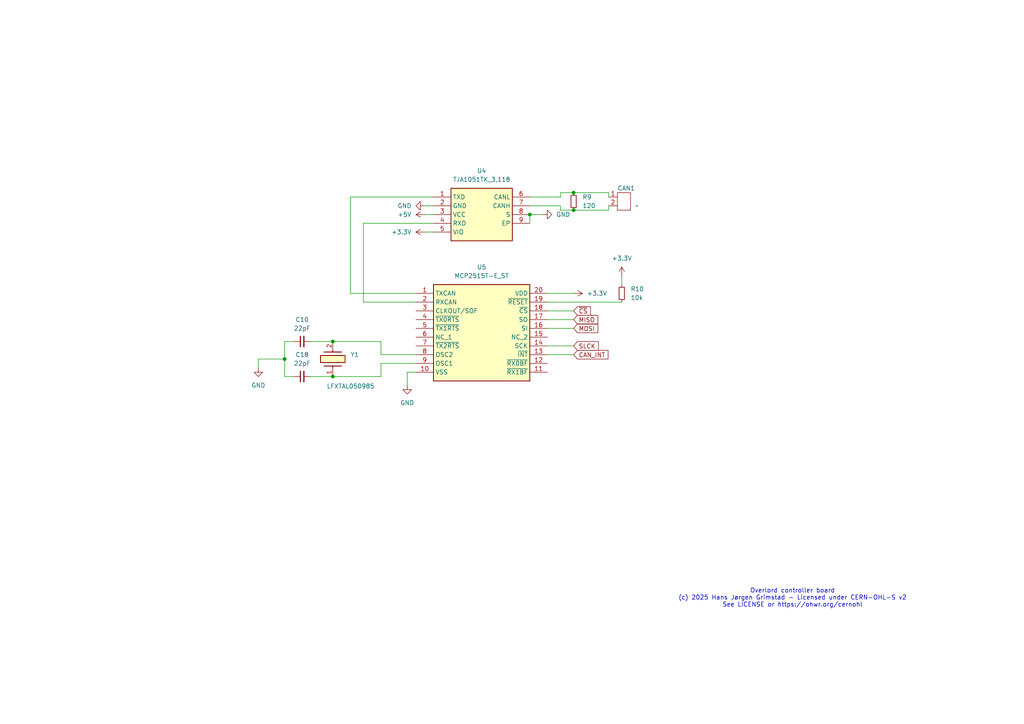
<source format=kicad_sch>
(kicad_sch (version 20231120) (generator "eeschema") (generator_version "8.0")
  (paper "A4")
  (title_block (title "CAN bus"))
  (lib_symbols
    (symbol "Device:C_Small" (pin_numbers hide) (pin_names (offset 0.254) hide)
      (property "Reference" "C" (at 0.254 1.778 0))
      (property "Value" "C_Small" (at 0.254 -2.032 0))
      (symbol "C_Small_0_1"
        (polyline (pts (xy -1.524 -0.508) (xy 1.524 -0.508)) (stroke (width 0.3302)))
        (polyline (pts (xy -1.524 0.508) (xy 1.524 0.508)) (stroke (width 0.3048)))
      )
      (symbol "C_Small_1_1"
        (pin passive line (at 0 2.54 270) (length 2.032) (name "~") (number "1"))
        (pin passive line (at 0 -2.54 90) (length 2.032) (name "~") (number "2"))
      )
    )
    (symbol "Device:R_Small" (pin_numbers hide) (pin_names (offset 0.254) hide)
      (property "Reference" "R" (at 0.762 0.508 0))
      (property "Value" "R_Small" (at 0.762 -1.016 0))
      (symbol "R_Small_0_1"
        (rectangle (start -0.762 1.778) (end 0.762 -1.778) (stroke (width 0.2032)))
      )
      (symbol "R_Small_1_1"
        (pin passive line (at 0 2.54 270) (length 0.762) (name "~") (number "1"))
        (pin passive line (at 0 -2.54 90) (length 0.762) (name "~") (number "2"))
      )
    )
    (symbol "TimeExpander_sym:LFXTAL050985Bulk" (pin_names hide)
      (property "Reference" "Y" (at 8.89 6.35 0))
      (property "Value" "LFXTAL050985Bulk" (at 8.89 3.81 0))
      (symbol "LFXTAL050985Bulk_1_1"
        (polyline (pts (xy 3.048 0) (xy 2.54 0)) (stroke (width 0.254)))
        (polyline (pts (xy 3.048 2.54) (xy 3.048 -2.54)) (stroke (width 0.254)))
        (polyline (pts (xy 7.112 0) (xy 7.62 0)) (stroke (width 0.254)))
        (polyline (pts (xy 7.112 2.54) (xy 7.112 -2.54)) (stroke (width 0.254)))
        (rectangle (start 4.064 3.556) (end 6.096 -3.556) (stroke (width 0.254)) (fill (type background)))
        (pin passive line (at 0 0 0) (length 2.54) (name "1") (number "1"))
        (pin passive line (at 10.16 0 180) (length 2.54) (name "2") (number "2"))
      )
    )
    (symbol "TimeExpander_sym:MCP2515T-E_ST"
      (property "Reference" "IC" (at 34.29 7.62 0))
      (property "Value" "MCP2515T-E_ST" (at 34.29 5.08 0))
      (symbol "MCP2515T-E_ST_1_1"
        (rectangle (start 5.08 2.54) (end 33.02 -25.4) (stroke (width 0.254)) (fill (type background)))
        (pin passive line (at 0 0 0) (length 5.08) (name "TXCAN") (number "1"))
        (pin passive line (at 0 -22.86 0) (length 5.08) (name "VSS") (number "10"))
        (pin passive line (at 38.1 -22.86 180) (length 5.08) (name "~{RX1BF}") (number "11"))
        (pin passive line (at 38.1 -20.32 180) (length 5.08) (name "~{RX0BF}") (number "12"))
        (pin passive line (at 38.1 -17.78 180) (length 5.08) (name "~{INT}") (number "13"))
        (pin passive line (at 38.1 -15.24 180) (length 5.08) (name "SCK") (number "14"))
        (pin passive line (at 38.1 -12.7 180) (length 5.08) (name "NC_2") (number "15"))
        (pin passive line (at 38.1 -10.16 180) (length 5.08) (name "SI") (number "16"))
        (pin passive line (at 38.1 -7.62 180) (length 5.08) (name "SO") (number "17"))
        (pin passive line (at 38.1 -5.08 180) (length 5.08) (name "~{CS}") (number "18"))
        (pin passive line (at 38.1 -2.54 180) (length 5.08) (name "~{RESET}") (number "19"))
        (pin passive line (at 0 -2.54 0) (length 5.08) (name "RXCAN") (number "2"))
        (pin passive line (at 38.1 0 180) (length 5.08) (name "VDD") (number "20"))
        (pin passive line (at 0 -5.08 0) (length 5.08) (name "CLKOUT/SOF") (number "3"))
        (pin passive line (at 0 -7.62 0) (length 5.08) (name "~{TX0RTS}") (number "4"))
        (pin passive line (at 0 -10.16 0) (length 5.08) (name "~{TX1RTS}") (number "5"))
        (pin passive line (at 0 -12.7 0) (length 5.08) (name "NC_1") (number "6"))
        (pin passive line (at 0 -15.24 0) (length 5.08) (name "~{TX2RTS}") (number "7"))
        (pin passive line (at 0 -17.78 0) (length 5.08) (name "OSC2") (number "8"))
        (pin passive line (at 0 -20.32 0) (length 5.08) (name "OSC1") (number "9"))
      )
    )
    (symbol "TimeExpander_sym:MOLEX-39531-5002"
      (property "Reference" "J" (at 0 0 0))
      (symbol "MOLEX-39531-5002_0_1"
        (rectangle (start -1.27 2.54) (end 2.54 -2.54))
      )
      (symbol "MOLEX-39531-5002_1_1"
        (pin passive line (at -3.81 1.27 0) (length 2.54) (name "") (number "1"))
        (pin passive line (at -3.81 -1.27 0) (length 2.54) (name "") (number "2"))
      )
    )
    (symbol "TimeExpander_sym:TJA1051TK_3,118"
      (property "Reference" "IC" (at 24.13 7.62 0))
      (property "Value" "TJA1051TK_3,118" (at 24.13 5.08 0))
      (symbol "TJA1051TK_3,118_1_1"
        (rectangle (start 5.08 2.54) (end 22.86 -12.7) (stroke (width 0.254)) (fill (type background)))
        (pin passive line (at 0 0 0) (length 5.08) (name "TXD") (number "1"))
        (pin passive line (at 0 -2.54 0) (length 5.08) (name "GND") (number "2"))
        (pin passive line (at 0 -5.08 0) (length 5.08) (name "VCC") (number "3"))
        (pin passive line (at 0 -7.62 0) (length 5.08) (name "RXD") (number "4"))
        (pin passive line (at 0 -10.16 0) (length 5.08) (name "VIO") (number "5"))
        (pin passive line (at 27.94 0 180) (length 5.08) (name "CANL") (number "6"))
        (pin passive line (at 27.94 -2.54 180) (length 5.08) (name "CANH") (number "7"))
        (pin passive line (at 27.94 -5.08 180) (length 5.08) (name "S") (number "8"))
        (pin passive line (at 27.94 -7.62 180) (length 5.08) (name "EP") (number "9"))
      )
    )
    (symbol "power:+3.3V" (power) (pin_numbers hide) (pin_names (offset 0) hide)
      (property "Value" "+3.3V" (at 0 3.556 0))
      (symbol "+3.3V_0_1"
        (polyline (pts (xy -0.762 1.27) (xy 0 2.54)))
        (polyline (pts (xy 0 0) (xy 0 2.54)))
        (polyline (pts (xy 0 2.54) (xy 0.762 1.27)))
      )
      (symbol "+3.3V_1_1"
        (pin power_in line (at 0 0 90) (length 0) (name "~") (number "1"))
      )
    )
    (symbol "power:+5V" (power) (pin_numbers hide) (pin_names (offset 0) hide)
      (property "Value" "+5V" (at 0 3.556 0))
      (symbol "+5V_0_1"
        (polyline (pts (xy -0.762 1.27) (xy 0 2.54)))
        (polyline (pts (xy 0 0) (xy 0 2.54)))
        (polyline (pts (xy 0 2.54) (xy 0.762 1.27)))
      )
      (symbol "+5V_1_1"
        (pin power_in line (at 0 0 90) (length 0) (name "~") (number "1"))
      )
    )
    (symbol "power:GND" (power) (pin_numbers hide) (pin_names (offset 0) hide)
      (property "Value" "GND" (at 0 -3.81 0))
      (symbol "GND_0_1"
        (polyline (pts (xy 0 0) (xy 0 -1.27) (xy 1.27 -1.27) (xy 0 -2.54) (xy -1.27 -1.27) (xy 0 -1.27)))
      )
      (symbol "GND_1_1"
        (pin power_in line (at 0 0 270) (length 0) (name "~") (number "1"))
      )
    )
  )
  (junction (at 96.52 109.22))
  (junction (at 166.37 60.96))
  (junction (at 153.67 62.23))
  (junction (at 82.55 104.14))
  (junction (at 96.52 99.06))
  (junction (at 166.37 55.88))
  (wire (pts (xy 158.75 92.71) (xy 166.37 92.71)))
  (wire (pts (xy 120.65 105.41) (xy 110.49 105.41)))
  (wire (pts (xy 158.75 87.63) (xy 180.34 87.63)))
  (wire (pts (xy 120.65 107.95) (xy 118.11 107.95)))
  (wire (pts (xy 110.49 102.87) (xy 110.49 99.06)))
  (wire (pts (xy 158.75 100.33) (xy 166.37 100.33)))
  (wire (pts (xy 158.75 95.25) (xy 166.37 95.25)))
  (wire (pts (xy 166.37 60.96) (xy 176.53 60.96)))
  (wire (pts (xy 110.49 99.06) (xy 96.52 99.06)))
  (wire (pts (xy 105.41 64.77) (xy 125.73 64.77)))
  (wire (pts (xy 153.67 57.15) (xy 162.56 57.15)))
  (wire (pts (xy 82.55 99.06) (xy 82.55 104.14)))
  (wire (pts (xy 162.56 57.15) (xy 162.56 55.88)))
  (wire (pts (xy 101.6 57.15) (xy 101.6 85.09)))
  (wire (pts (xy 82.55 104.14) (xy 82.55 109.22)))
  (wire (pts (xy 105.41 87.63) (xy 105.41 64.77)))
  (wire (pts (xy 153.67 62.23) (xy 153.67 64.77)))
  (wire (pts (xy 162.56 59.69) (xy 162.56 60.96)))
  (wire (pts (xy 74.93 106.68) (xy 74.93 104.14)))
  (wire (pts (xy 176.53 55.88) (xy 166.37 55.88)))
  (wire (pts (xy 153.67 59.69) (xy 162.56 59.69)))
  (wire (pts (xy 85.09 99.06) (xy 82.55 99.06)))
  (wire (pts (xy 176.53 59.69) (xy 176.53 60.96)))
  (wire (pts (xy 180.34 80.01) (xy 180.34 82.55)))
  (wire (pts (xy 101.6 85.09) (xy 120.65 85.09)))
  (wire (pts (xy 158.75 85.09) (xy 166.37 85.09)))
  (wire (pts (xy 90.17 109.22) (xy 96.52 109.22)))
  (wire (pts (xy 120.65 102.87) (xy 110.49 102.87)))
  (wire (pts (xy 153.67 62.23) (xy 157.48 62.23)))
  (wire (pts (xy 110.49 105.41) (xy 110.49 109.22)))
  (wire (pts (xy 162.56 55.88) (xy 166.37 55.88)))
  (wire (pts (xy 82.55 109.22) (xy 85.09 109.22)))
  (wire (pts (xy 118.11 107.95) (xy 118.11 111.76)))
  (wire (pts (xy 123.19 59.69) (xy 125.73 59.69)))
  (wire (pts (xy 162.56 60.96) (xy 166.37 60.96)))
  (wire (pts (xy 176.53 57.15) (xy 176.53 55.88)))
  (wire (pts (xy 123.19 62.23) (xy 125.73 62.23)))
  (wire (pts (xy 158.75 90.17) (xy 166.37 90.17)))
  (wire (pts (xy 74.93 104.14) (xy 82.55 104.14)))
  (wire (pts (xy 158.75 102.87) (xy 166.37 102.87)))
  (wire (pts (xy 110.49 109.22) (xy 96.52 109.22)))
  (wire (pts (xy 123.19 67.31) (xy 125.73 67.31)))
  (wire (pts (xy 90.17 99.06) (xy 96.52 99.06)))
  (wire (pts (xy 120.65 87.63) (xy 105.41 87.63)))
  (wire (pts (xy 125.73 57.15) (xy 101.6 57.15)))
  (text "Overlord controller board\n(c) 2025 Hans Jørgen Grimstad - Licensed under CERN-OHL-S v2\nSee LICENSE or https://ohwr.org/cernohl" (at 229.87 173.482 0) (effects (font (size 1.27 1.27))))
  (global_label "~{CS}" (shape input) (at 166.37 90.17 0) (property "Intersheetrefs" "${INTERSHEET_REFS}" (effects (hide yes))))
  (global_label "SLCK" (shape input) (at 166.37 100.33 0) (property "Intersheetrefs" "${INTERSHEET_REFS}" (effects (hide yes))))
  (global_label "CAN_INT" (shape input) (at 166.37 102.87 0) (property "Intersheetrefs" "${INTERSHEET_REFS}" (effects (hide yes))))
  (global_label "MOSI" (shape input) (at 166.37 95.25 0) (property "Intersheetrefs" "${INTERSHEET_REFS}" (effects (hide yes))))
  (global_label "MISO" (shape input) (at 166.37 92.71 0) (property "Intersheetrefs" "${INTERSHEET_REFS}" (effects (hide yes))))
  (symbol (lib_id "TimeExpander_sym:TJA1051TK_3,118") (at 125.73 57.15 0) (unit 1)
    (property "Reference" "U4" (at 139.7 49.53 0))
    (property "Value" "TJA1051TK_3,118" (at 139.7 52.07 0))
    (property "Footprint" "Package_SON:HVSON-8-1EP_3x3mm_P0.65mm_EP1.6x2.4mm" (effects (hide yes)))
    (property "Datasheet" "http://www.nxp.com/docs/en/data-sheet/TJA1051.pdf" (effects (hide yes)))
    (property "Description" "High-speed CAN transceiver" (effects (hide yes)))
    (property "Height" "1" (effects (hide yes)))
    (property "Mouser Part Number" "771-TJA1051TK/3118" (effects (hide yes)))
    (property "Mouser Price/Stock" "https://www.mouser.co.uk/ProductDetail/NXP-Semiconductors/TJA1051TK-3118?qs=fhAOlxDPaYVrDQ2e4g%252BBJA%3D%3D" (effects (hide yes)))
    (property "Manufacturer_Name" "NXP" (effects (hide yes)))
    (property "Manufacturer_Part_Number" "TJA1051TK/3,118" (effects (hide yes)))
  )
  (symbol (lib_id "power:GND") (at 74.93 106.68 0) (unit 1)
    (property "Reference" "#PWR033" (effects (hide yes)))
    (property "Value" "GND" (at 74.93 111.76 0))
    (property "Description" "Power symbol creates a global label with name \"GND\" , ground" (effects (hide yes)))
  )
  (symbol (lib_id "Device:C_Small") (at 87.63 99.06 90) (unit 1)
    (property "Reference" "C10" (at 87.6363 92.71 90))
    (property "Value" "22pF" (at 87.6363 95.25 90))
    (property "Footprint" "Capacitor_SMD:C_0402_1005Metric" (effects (hide yes)))
    (property "Description" "Unpolarized capacitor, small symbol" (effects (hide yes)))
  )
  (symbol (lib_id "Device:C_Small") (at 87.63 109.22 90) (unit 1)
    (property "Reference" "C18" (at 87.6363 102.87 90))
    (property "Value" "22pF" (at 87.6363 105.41 90))
    (property "Footprint" "Capacitor_SMD:C_0402_1005Metric" (effects (hide yes)))
    (property "Description" "Unpolarized capacitor, small symbol" (effects (hide yes)))
  )
  (symbol (lib_id "power:+5V") (at 123.19 62.23 90) (unit 1)
    (property "Reference" "#PWR018" (effects (hide yes)))
    (property "Value" "+5V" (at 119.38 62.2299 90) (effects (justify left)))
    (property "Description" "Power symbol creates a global label with name \"+5V\"" (effects (hide yes)))
  )
  (symbol (lib_id "TimeExpander_sym:MCP2515T-E_ST") (at 120.65 85.09 0) (unit 1)
    (property "Reference" "U5" (at 139.7 77.47 0))
    (property "Value" "MCP2515T-E_ST" (at 139.7 80.01 0))
    (property "Footprint" "TimeExpander:SOP65P640X120-20N" (effects (hide yes)))
    (property "Datasheet" "https://componentsearchengine.com/Datasheets/1/MCP2515T-E_ST.pdf" (effects (hide yes)))
    (property "Description" "CAN Interface IC W/ SPI Inter 125dC" (effects (hide yes)))
    (property "Height" "1.2" (effects (hide yes)))
    (property "Mouser Part Number" "579-MCP2515T-E/ST" (effects (hide yes)))
    (property "Mouser Price/Stock" "https://www.mouser.co.uk/ProductDetail/Microchip-Technology/MCP2515T-E-ST?qs=gZwDaUDMhIfK2YaexRiDHw%3D%3D" (effects (hide yes)))
    (property "Manufacturer_Name" "Microchip" (effects (hide yes)))
    (property "Manufacturer_Part_Number" "MCP2515T-E/ST" (effects (hide yes)))
  )
  (symbol (lib_id "power:GND") (at 118.11 111.76 0) (unit 1)
    (property "Reference" "#PWR029" (effects (hide yes)))
    (property "Value" "GND" (at 118.11 116.84 0))
    (property "Description" "Power symbol creates a global label with name \"GND\" , ground" (effects (hide yes)))
  )
  (symbol (lib_id "Device:R_Small") (at 180.34 85.09 0) (unit 1)
    (property "Reference" "R10" (at 182.88 83.8199 0) (effects (justify left)))
    (property "Value" "10k" (at 182.88 86.3599 0) (effects (justify left)))
    (property "Footprint" "Resistor_SMD:R_0402_1005Metric" (effects (hide yes)))
    (property "Description" "Resistor, small symbol" (effects (hide yes)))
  )
  (symbol (lib_id "power:GND") (at 123.19 59.69 270) (unit 1)
    (property "Reference" "#PWR011" (effects (hide yes)))
    (property "Value" "GND" (at 119.38 59.6899 90) (effects (justify right)))
    (property "Description" "Power symbol creates a global label with name \"GND\" , ground" (effects (hide yes)))
  )
  (symbol (lib_id "power:+3.3V") (at 166.37 85.09 270) (unit 1)
    (property "Reference" "#PWR030" (effects (hide yes)))
    (property "Value" "+3.3V" (at 170.18 85.0899 90) (effects (justify left)))
    (property "Description" "Power symbol creates a global label with name \"+3.3V\"" (effects (hide yes)))
  )
  (symbol (lib_id "TimeExpander_sym:LFXTAL050985Bulk") (at 96.52 109.22 90) (unit 1)
    (property "Reference" "Y1" (at 101.6 102.8699 90) (effects (justify right)))
    (property "Value" "LFXTAL050985" (at 94.742 112.014 90) (effects (justify right)))
    (property "Footprint" "TimeExpander:LFXTAL050985Bulk" (effects (hide yes)))
    (property "Datasheet" "https://componentsearchengine.com/Datasheets/1/LFXTAL050985Bulk.pdf" (effects (hide yes)))
    (property "Description" "Crystals 8MHz 22pF -20C 70C" (effects (hide yes)))
    (property "Height" "4.3" (effects (hide yes)))
    (property "Mouser Part Number" "449-LFXTAL050985BULK" (effects (hide yes)))
    (property "Mouser Price/Stock" "https://www.mouser.com/Search/Refine.aspx?Keyword=449-LFXTAL050985BULK" (effects (hide yes)))
    (property "Manufacturer_Name" "IQD" (effects (hide yes)))
    (property "Manufacturer_Part_Number" "LFXTAL050985Bulk" (effects (hide yes)))
  )
  (symbol (lib_id "Device:R_Small") (at 166.37 58.42 0) (unit 1)
    (property "Reference" "R9" (at 168.91 57.1499 0) (effects (justify left)))
    (property "Value" "120" (at 168.91 59.6899 0) (effects (justify left)))
    (property "Footprint" "Resistor_SMD:R_1218_3246Metric" (effects (hide yes)))
    (property "Description" "Resistor, small symbol" (effects (hide yes)))
  )
  (symbol (lib_id "power:+3.3V") (at 123.19 67.31 90) (unit 1)
    (property "Reference" "#PWR032" (effects (hide yes)))
    (property "Value" "+3.3V" (at 119.38 67.3099 90) (effects (justify left)))
    (property "Description" "Power symbol creates a global label with name \"+3.3V\"" (effects (hide yes)))
  )
  (symbol (lib_id "TimeExpander_sym:MOLEX-39531-5002") (at 180.34 58.42 0) (unit 1)
    (property "Reference" "CAN1" (at 179.07 54.61 0) (effects (justify left)))
    (property "Value" "~" (at 184.15 59.69 0) (effects (justify left)))
    (property "Footprint" "TimeExpander:MOLEX-39531-5002" (effects (hide yes)))
  )
  (symbol (lib_id "power:+3.3V") (at 180.34 80.01 0) (unit 1)
    (property "Reference" "#PWR052" (effects (hide yes)))
    (property "Value" "+3.3V" (at 180.34 74.93 0))
    (property "Description" "Power symbol creates a global label with name \"+3.3V\"" (effects (hide yes)))
  )
  (symbol (lib_id "power:GND") (at 157.48 62.23 90) (unit 1)
    (property "Reference" "#PWR028" (effects (hide yes)))
    (property "Value" "GND" (at 161.29 62.2299 90) (effects (justify right)))
    (property "Description" "Power symbol creates a global label with name \"GND\" , ground" (effects (hide yes)))
  )
)
</source>
